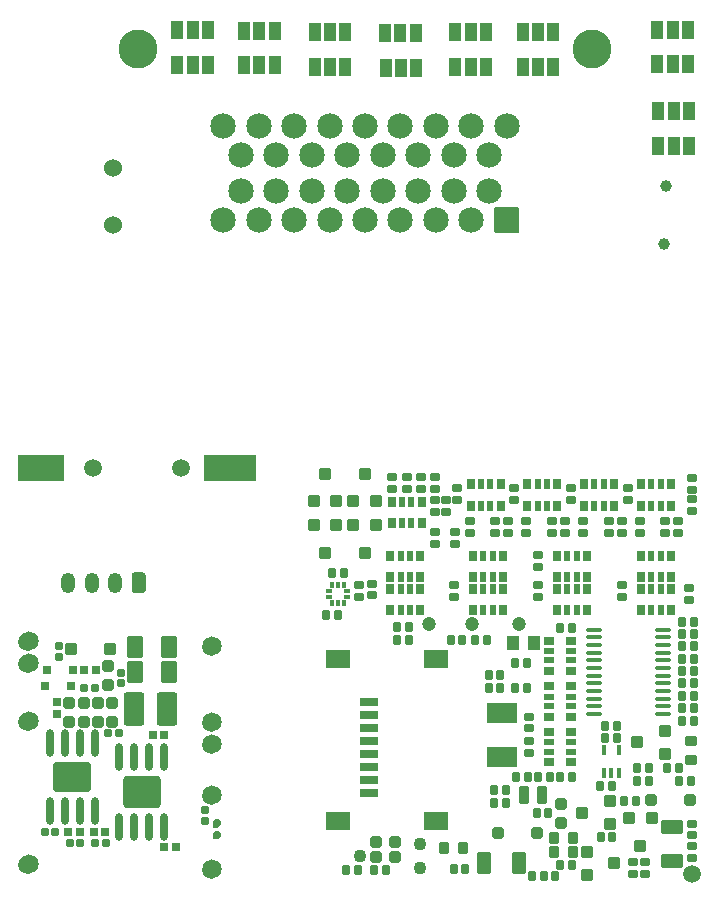
<source format=gbs>
G75*
G70*
%OFA0B0*%
%FSLAX25Y25*%
%IPPOS*%
%LPD*%
%AMOC8*
5,1,8,0,0,1.08239X$1,22.5*
%
%AMM166*
21,1,0.029530,0.026380,-0.000000,-0.000000,90.000000*
21,1,0.020470,0.035430,-0.000000,-0.000000,90.000000*
1,1,0.009060,0.013190,0.010240*
1,1,0.009060,0.013190,-0.010240*
1,1,0.009060,-0.013190,-0.010240*
1,1,0.009060,-0.013190,0.010240*
%
%AMM167*
21,1,0.021650,0.027950,-0.000000,-0.000000,90.000000*
21,1,0.014170,0.035430,-0.000000,-0.000000,90.000000*
1,1,0.007480,0.013980,0.007090*
1,1,0.007480,0.013980,-0.007090*
1,1,0.007480,-0.013980,-0.007090*
1,1,0.007480,-0.013980,0.007090*
%
%AMM170*
21,1,0.031500,0.018900,-0.000000,-0.000000,270.000000*
21,1,0.022840,0.027560,-0.000000,-0.000000,270.000000*
1,1,0.008660,-0.009450,-0.011420*
1,1,0.008660,-0.009450,0.011420*
1,1,0.008660,0.009450,0.011420*
1,1,0.008660,0.009450,-0.011420*
%
%AMM172*
21,1,0.031500,0.018900,-0.000000,-0.000000,0.000000*
21,1,0.022840,0.027560,-0.000000,-0.000000,0.000000*
1,1,0.008660,0.011420,-0.009450*
1,1,0.008660,-0.011420,-0.009450*
1,1,0.008660,-0.011420,0.009450*
1,1,0.008660,0.011420,0.009450*
%
%AMM174*
21,1,0.039370,0.030320,-0.000000,-0.000000,90.000000*
21,1,0.028350,0.041340,-0.000000,-0.000000,90.000000*
1,1,0.011020,0.015160,0.014170*
1,1,0.011020,0.015160,-0.014170*
1,1,0.011020,-0.015160,-0.014170*
1,1,0.011020,-0.015160,0.014170*
%
%AMM177*
21,1,0.031500,0.030710,-0.000000,-0.000000,180.000000*
21,1,0.022050,0.040160,-0.000000,-0.000000,180.000000*
1,1,0.009450,-0.011020,0.015350*
1,1,0.009450,0.011020,0.015350*
1,1,0.009450,0.011020,-0.015350*
1,1,0.009450,-0.011020,-0.015350*
%
%AMM195*
21,1,0.037400,0.026770,-0.000000,-0.000000,270.000000*
21,1,0.026770,0.037400,-0.000000,-0.000000,270.000000*
1,1,0.010630,-0.013390,-0.013390*
1,1,0.010630,-0.013390,0.013390*
1,1,0.010630,0.013390,0.013390*
1,1,0.010630,0.013390,-0.013390*
%
%AMM196*
21,1,0.029530,0.026380,-0.000000,-0.000000,180.000000*
21,1,0.020470,0.035430,-0.000000,-0.000000,180.000000*
1,1,0.009060,-0.010240,0.013190*
1,1,0.009060,0.010240,0.013190*
1,1,0.009060,0.010240,-0.013190*
1,1,0.009060,-0.010240,-0.013190*
%
%AMM197*
21,1,0.021650,0.027950,-0.000000,-0.000000,180.000000*
21,1,0.014170,0.035430,-0.000000,-0.000000,180.000000*
1,1,0.007480,-0.007090,0.013980*
1,1,0.007480,0.007090,0.013980*
1,1,0.007480,0.007090,-0.013980*
1,1,0.007480,-0.007090,-0.013980*
%
%AMM198*
21,1,0.037400,0.026770,-0.000000,-0.000000,180.000000*
21,1,0.026770,0.037400,-0.000000,-0.000000,180.000000*
1,1,0.010630,-0.013390,0.013390*
1,1,0.010630,0.013390,0.013390*
1,1,0.010630,0.013390,-0.013390*
1,1,0.010630,-0.013390,-0.013390*
%
%AMM199*
21,1,0.082680,0.045670,-0.000000,-0.000000,0.000000*
21,1,0.067320,0.061020,-0.000000,-0.000000,0.000000*
1,1,0.015350,0.033660,-0.022840*
1,1,0.015350,-0.033660,-0.022840*
1,1,0.015350,-0.033660,0.022840*
1,1,0.015350,0.033660,0.022840*
%
%AMM200*
21,1,0.062990,0.020470,-0.000000,-0.000000,0.000000*
21,1,0.053940,0.029530,-0.000000,-0.000000,0.000000*
1,1,0.009060,0.026970,-0.010240*
1,1,0.009060,-0.026970,-0.010240*
1,1,0.009060,-0.026970,0.010240*
1,1,0.009060,0.026970,0.010240*
%
%AMM201*
21,1,0.039370,0.030320,-0.000000,-0.000000,0.000000*
21,1,0.028350,0.041340,-0.000000,-0.000000,0.000000*
1,1,0.011020,0.014170,-0.015160*
1,1,0.011020,-0.014170,-0.015160*
1,1,0.011020,-0.014170,0.015160*
1,1,0.011020,0.014170,0.015160*
%
%AMM202*
21,1,0.016540,0.028980,-0.000000,-0.000000,0.000000*
21,1,0.010080,0.035430,-0.000000,-0.000000,0.000000*
1,1,0.006460,0.005040,-0.014490*
1,1,0.006460,-0.005040,-0.014490*
1,1,0.006460,-0.005040,0.014490*
1,1,0.006460,0.005040,0.014490*
%
%AMM203*
21,1,0.074800,0.036220,-0.000000,-0.000000,180.000000*
21,1,0.061810,0.049210,-0.000000,-0.000000,180.000000*
1,1,0.012990,-0.030910,0.018110*
1,1,0.012990,0.030910,0.018110*
1,1,0.012990,0.030910,-0.018110*
1,1,0.012990,-0.030910,-0.018110*
%
%AMM204*
21,1,0.039760,0.026770,-0.000000,-0.000000,180.000000*
21,1,0.029130,0.037400,-0.000000,-0.000000,180.000000*
1,1,0.010630,-0.014570,0.013390*
1,1,0.010630,0.014570,0.013390*
1,1,0.010630,0.014570,-0.013390*
1,1,0.010630,-0.014570,-0.013390*
%
%AMM205*
21,1,0.031500,0.049610,-0.000000,-0.000000,180.000000*
21,1,0.022050,0.059060,-0.000000,-0.000000,180.000000*
1,1,0.009450,-0.011020,0.024800*
1,1,0.009450,0.011020,0.024800*
1,1,0.009450,0.011020,-0.024800*
1,1,0.009450,-0.011020,-0.024800*
%
%AMM206*
21,1,0.074800,0.036220,-0.000000,-0.000000,270.000000*
21,1,0.061810,0.049210,-0.000000,-0.000000,270.000000*
1,1,0.012990,-0.018110,-0.030910*
1,1,0.012990,-0.018110,0.030910*
1,1,0.012990,0.018110,0.030910*
1,1,0.012990,0.018110,-0.030910*
%
%AMM207*
21,1,0.031500,0.030710,-0.000000,-0.000000,270.000000*
21,1,0.022050,0.040160,-0.000000,-0.000000,270.000000*
1,1,0.009450,-0.015350,-0.011020*
1,1,0.009450,-0.015350,0.011020*
1,1,0.009450,0.015350,0.011020*
1,1,0.009450,0.015350,-0.011020*
%
%AMM75*
21,1,0.041340,0.026770,0.000000,0.000000,0.000000*
21,1,0.029130,0.038980,0.000000,0.000000,0.000000*
1,1,0.012210,0.014570,-0.013390*
1,1,0.012210,-0.014570,-0.013390*
1,1,0.012210,-0.014570,0.013390*
1,1,0.012210,0.014570,0.013390*
%
%AMM76*
21,1,0.076380,0.036220,0.000000,0.000000,90.000000*
21,1,0.061810,0.050790,0.000000,0.000000,90.000000*
1,1,0.014570,0.018110,0.030910*
1,1,0.014570,0.018110,-0.030910*
1,1,0.014570,-0.018110,-0.030910*
1,1,0.014570,-0.018110,0.030910*
%
%AMM79*
21,1,0.029130,0.018900,0.000000,0.000000,90.000000*
21,1,0.018900,0.029130,0.000000,0.000000,90.000000*
1,1,0.010240,0.009450,0.009450*
1,1,0.010240,0.009450,-0.009450*
1,1,0.010240,-0.009450,-0.009450*
1,1,0.010240,-0.009450,0.009450*
%
%AMM80*
21,1,0.025200,0.019680,0.000000,0.000000,0.000000*
21,1,0.015750,0.029130,0.000000,0.000000,0.000000*
1,1,0.009450,0.007870,-0.009840*
1,1,0.009450,-0.007870,-0.009840*
1,1,0.009450,-0.007870,0.009840*
1,1,0.009450,0.007870,0.009840*
%
%AMM81*
21,1,0.025200,0.019680,0.000000,0.000000,270.000000*
21,1,0.015750,0.029130,0.000000,0.000000,270.000000*
1,1,0.009450,-0.009840,-0.007870*
1,1,0.009450,-0.009840,0.007870*
1,1,0.009450,0.009840,0.007870*
1,1,0.009450,0.009840,-0.007870*
%
%AMM87*
21,1,0.111810,0.050390,0.000000,0.000000,90.000000*
21,1,0.093700,0.068500,0.000000,0.000000,90.000000*
1,1,0.018110,0.025200,0.046850*
1,1,0.018110,0.025200,-0.046850*
1,1,0.018110,-0.025200,-0.046850*
1,1,0.018110,-0.025200,0.046850*
%
%AMM88*
21,1,0.038980,0.026770,0.000000,0.000000,270.000000*
21,1,0.026770,0.038980,0.000000,0.000000,270.000000*
1,1,0.012210,-0.013390,-0.013390*
1,1,0.012210,-0.013390,0.013390*
1,1,0.012210,0.013390,0.013390*
1,1,0.012210,0.013390,-0.013390*
%
%AMM89*
21,1,0.029130,0.018900,0.000000,0.000000,180.000000*
21,1,0.018900,0.029130,0.000000,0.000000,180.000000*
1,1,0.010240,-0.009450,0.009450*
1,1,0.010240,0.009450,0.009450*
1,1,0.010240,0.009450,-0.009450*
1,1,0.010240,-0.009450,-0.009450*
%
%AMM90*
21,1,0.127560,0.075590,0.000000,0.000000,180.000000*
21,1,0.103150,0.100000,0.000000,0.000000,180.000000*
1,1,0.024410,-0.051580,0.037800*
1,1,0.024410,0.051580,0.037800*
1,1,0.024410,0.051580,-0.037800*
1,1,0.024410,-0.051580,-0.037800*
%
%AMM91*
21,1,0.123620,0.083460,0.000000,0.000000,0.000000*
21,1,0.097240,0.109840,0.000000,0.000000,0.000000*
1,1,0.026380,0.048620,-0.041730*
1,1,0.026380,-0.048620,-0.041730*
1,1,0.026380,-0.048620,0.041730*
1,1,0.026380,0.048620,0.041730*
%
%ADD10O,0.04724X0.06890*%
%ADD109C,0.04724*%
%ADD11C,0.03937*%
%ADD110C,0.04294*%
%ADD140R,0.01772X0.01870*%
%ADD142O,0.05354X0.01378*%
%ADD145R,0.09843X0.07087*%
%ADD146R,0.01870X0.01772*%
%ADD148R,0.04331X0.04724*%
%ADD15C,0.05906*%
%ADD16C,0.02362*%
%ADD170M75*%
%ADD171M76*%
%ADD174M79*%
%ADD175M80*%
%ADD176M81*%
%ADD177C,0.02913*%
%ADD178C,0.06457*%
%ADD185M87*%
%ADD186M88*%
%ADD187M89*%
%ADD188O,0.02520X0.09213*%
%ADD189M90*%
%ADD190M91*%
%ADD285M166*%
%ADD286M167*%
%ADD289M170*%
%ADD291M172*%
%ADD293M174*%
%ADD296M177*%
%ADD314M195*%
%ADD315M196*%
%ADD316M197*%
%ADD317M198*%
%ADD318M199*%
%ADD319M200*%
%ADD320M201*%
%ADD321M202*%
%ADD322M203*%
%ADD323M204*%
%ADD324M205*%
%ADD325M206*%
%ADD326M207*%
%ADD38C,0.06000*%
%ADD42C,0.12992*%
%ADD43C,0.08480*%
%ADD52R,0.03937X0.05906*%
%ADD53R,0.17323X0.09055*%
%ADD54R,0.15748X0.09055*%
X0000000Y0000000D02*
%LPD*%
G01*
G36*
G01*
X0050787Y0135137D02*
X0050787Y0130216D01*
G75*
G02*
X0049803Y0129232I-000984J0000000D01*
G01*
X0047047Y0129232D01*
G75*
G02*
X0046063Y0130216I0000000J0000984D01*
G01*
X0046063Y0135137D01*
G75*
G02*
X0047047Y0136122I0000984J0000000D01*
G01*
X0049803Y0136122D01*
G75*
G02*
X0050787Y0135137I0000000J-000984D01*
G01*
G37*
D10*
X0040551Y0132677D03*
X0032677Y0132677D03*
X0024803Y0132677D03*
D42*
X0199606Y0310630D03*
X0048031Y0310630D03*
G36*
G01*
X0175303Y0257382D02*
X0175303Y0249704D01*
G75*
G02*
X0174901Y0249303I-000402J0000000D01*
G01*
X0167224Y0249303D01*
G75*
G02*
X0166823Y0249704I0000000J0000402D01*
G01*
X0166823Y0257382D01*
G75*
G02*
X0167224Y0257783I0000402J0000000D01*
G01*
X0174901Y0257783D01*
G75*
G02*
X0175303Y0257382I0000000J-000402D01*
G01*
G37*
D43*
X0159252Y0253543D03*
X0147441Y0253543D03*
X0135630Y0253543D03*
X0123819Y0253543D03*
X0112008Y0253543D03*
X0100197Y0253543D03*
X0088386Y0253543D03*
X0076575Y0253543D03*
X0165157Y0263386D03*
X0153346Y0263386D03*
X0141535Y0263386D03*
X0129724Y0263386D03*
X0117913Y0263386D03*
X0106102Y0263386D03*
X0094291Y0263386D03*
X0082480Y0263386D03*
X0165157Y0275197D03*
X0153346Y0275197D03*
X0141535Y0275197D03*
X0129724Y0275197D03*
X0117913Y0275197D03*
X0106102Y0275197D03*
X0094291Y0275197D03*
X0082480Y0275197D03*
X0171063Y0285039D03*
X0159252Y0285039D03*
X0147441Y0285039D03*
X0135630Y0285039D03*
X0123819Y0285039D03*
X0112008Y0285039D03*
X0100197Y0285039D03*
X0088386Y0285039D03*
X0076575Y0285039D03*
D15*
X0072342Y0111122D03*
X0072342Y0085925D03*
X0072342Y0078445D03*
X0072342Y0061515D03*
D16*
X0074114Y0052067D03*
X0074114Y0048130D03*
D15*
X0072342Y0036909D03*
X0011319Y0112893D03*
X0011319Y0105610D03*
X0011319Y0086122D03*
X0011319Y0038681D03*
D38*
X0039763Y0271063D03*
X0039763Y0251771D03*
D52*
X0093700Y0305118D03*
X0088582Y0305118D03*
X0083464Y0305118D03*
D15*
X0062598Y0170866D03*
X0033071Y0170866D03*
D53*
X0078740Y0170866D03*
D54*
X0015748Y0170866D03*
D52*
X0093700Y0316653D03*
X0088582Y0316653D03*
X0083464Y0316653D03*
X0186614Y0304724D03*
X0181496Y0304724D03*
X0176378Y0304724D03*
X0231889Y0289882D03*
X0226771Y0289882D03*
X0221653Y0289882D03*
X0140748Y0315974D03*
X0135630Y0315974D03*
X0130512Y0315974D03*
X0231889Y0278346D03*
X0226771Y0278346D03*
X0221653Y0278346D03*
X0140945Y0304330D03*
X0135826Y0304330D03*
X0130708Y0304330D03*
D11*
X0224015Y0264960D03*
D52*
X0071456Y0316929D03*
X0066338Y0316929D03*
X0061220Y0316929D03*
X0071456Y0305344D03*
X0066338Y0305344D03*
X0061220Y0305344D03*
X0164173Y0316309D03*
X0159055Y0316309D03*
X0153937Y0316309D03*
X0164173Y0304724D03*
X0159055Y0304724D03*
X0153937Y0304724D03*
X0117323Y0304724D03*
X0112204Y0304724D03*
X0107086Y0304724D03*
X0186614Y0316427D03*
X0181496Y0316427D03*
X0176378Y0316427D03*
X0117323Y0316309D03*
X0112204Y0316309D03*
X0107086Y0316309D03*
X0231496Y0305512D03*
X0226378Y0305512D03*
X0221260Y0305512D03*
X0231496Y0316929D03*
X0226378Y0316929D03*
X0221260Y0316929D03*
D11*
X0223622Y0245669D03*
X0237303Y0173130D02*
G01*
G75*
D285*
X0185334Y0088091D02*
D03*
X0185334Y0113386D02*
D03*
X0185334Y0098130D02*
D03*
X0185334Y0103346D02*
D03*
X0192421Y0072835D02*
D03*
X0185334Y0072835D02*
D03*
X0185334Y0082874D02*
D03*
X0192421Y0082874D02*
D03*
X0192421Y0113386D02*
D03*
X0192421Y0103346D02*
D03*
X0192421Y0098130D02*
D03*
X0192421Y0088091D02*
D03*
D286*
X0185334Y0091536D02*
D03*
X0185334Y0106791D02*
D03*
X0185334Y0094685D02*
D03*
X0185334Y0109941D02*
D03*
X0185334Y0079429D02*
D03*
X0185334Y0076280D02*
D03*
X0192421Y0076280D02*
D03*
X0192421Y0079429D02*
D03*
X0192421Y0106791D02*
D03*
X0192421Y0109941D02*
D03*
X0192421Y0091536D02*
D03*
X0192421Y0094685D02*
D03*
D289*
X0183366Y0034941D02*
D03*
X0187303Y0034941D02*
D03*
X0188878Y0038484D02*
D03*
X0192815Y0038484D02*
D03*
X0181004Y0055807D02*
D03*
X0184941Y0055807D02*
D03*
X0152351Y0113509D02*
D03*
X0156288Y0113509D02*
D03*
X0160547Y0113509D02*
D03*
X0164484Y0113509D02*
D03*
X0203869Y0081042D02*
D03*
X0207806Y0081042D02*
D03*
X0203869Y0084765D02*
D03*
X0207806Y0084765D02*
D03*
X0206285Y0047933D02*
D03*
X0202348Y0047933D02*
D03*
X0117651Y0037000D02*
D03*
X0153399Y0037239D02*
D03*
X0138484Y0113509D02*
D03*
X0170768Y0059351D02*
D03*
X0170768Y0063681D02*
D03*
X0174198Y0067900D02*
D03*
X0185475Y0067845D02*
D03*
X0165059Y0097505D02*
D03*
X0173848Y0097505D02*
D03*
X0177785Y0105990D02*
D03*
X0112868Y0135856D02*
D03*
X0138484Y0118012D02*
D03*
X0179429Y0034941D02*
D03*
X0192815Y0067936D02*
D03*
X0214468Y0066538D02*
D03*
X0228533Y0066538D02*
D03*
X0214468Y0070768D02*
D03*
X0228533Y0070768D02*
D03*
X0188830Y0117676D02*
D03*
X0233366Y0119587D02*
D03*
X0166831Y0059351D02*
D03*
X0177785Y0097505D02*
D03*
X0168996Y0097505D02*
D03*
X0168996Y0101993D02*
D03*
X0165059Y0101993D02*
D03*
X0110925Y0121949D02*
D03*
X0114862Y0121949D02*
D03*
X0116805Y0135856D02*
D03*
X0202250Y0065032D02*
D03*
X0206187Y0065032D02*
D03*
X0232471Y0066538D02*
D03*
X0188878Y0067936D02*
D03*
X0173848Y0105990D02*
D03*
X0181538Y0067845D02*
D03*
X0178135Y0067900D02*
D03*
X0218405Y0070768D02*
D03*
X0192767Y0117676D02*
D03*
X0229429Y0119587D02*
D03*
X0157336Y0037239D02*
D03*
X0183366Y0034941D02*
D03*
X0210138Y0059965D02*
D03*
X0214075Y0059965D02*
D03*
X0218405Y0066538D02*
D03*
X0134547Y0118012D02*
D03*
X0134547Y0113509D02*
D03*
X0166831Y0063681D02*
D03*
X0121588Y0037000D02*
D03*
X0130904Y0037000D02*
D03*
X0126967Y0037000D02*
D03*
X0224596Y0070768D02*
D03*
X0233366Y0115650D02*
D03*
X0229429Y0115650D02*
D03*
X0233366Y0103248D02*
D03*
X0229429Y0103248D02*
D03*
X0233366Y0099114D02*
D03*
X0229429Y0099114D02*
D03*
X0233366Y0090846D02*
D03*
X0229429Y0090846D02*
D03*
X0233366Y0094980D02*
D03*
X0229429Y0094980D02*
D03*
X0233366Y0086713D02*
D03*
X0229429Y0086713D02*
D03*
X0233366Y0107382D02*
D03*
X0229429Y0107382D02*
D03*
X0233366Y0111516D02*
D03*
X0229429Y0111516D02*
D03*
D291*
X0178376Y0084154D02*
D03*
X0178376Y0079921D02*
D03*
X0132972Y0168012D02*
D03*
X0137697Y0168012D02*
D03*
X0142421Y0168012D02*
D03*
X0147145Y0168012D02*
D03*
X0217224Y0039665D02*
D03*
X0213090Y0039665D02*
D03*
X0121910Y0131886D02*
D03*
X0121910Y0127949D02*
D03*
X0232839Y0040847D02*
D03*
X0232839Y0044783D02*
D03*
X0178376Y0075984D02*
D03*
X0178376Y0088091D02*
D03*
X0126082Y0132382D02*
D03*
X0126082Y0128445D02*
D03*
X0150855Y0160158D02*
D03*
X0150855Y0156221D02*
D03*
X0147145Y0156221D02*
D03*
X0147145Y0160158D02*
D03*
X0147145Y0145571D02*
D03*
X0147145Y0149508D02*
D03*
X0147145Y0164075D02*
D03*
X0142421Y0164075D02*
D03*
X0132972Y0164075D02*
D03*
X0137697Y0164075D02*
D03*
X0231804Y0130881D02*
D03*
X0231804Y0126944D02*
D03*
X0181594Y0127854D02*
D03*
X0181594Y0131791D02*
D03*
X0181594Y0138091D02*
D03*
X0181594Y0142028D02*
D03*
X0209547Y0127854D02*
D03*
X0209547Y0131791D02*
D03*
X0186122Y0153248D02*
D03*
X0186122Y0149311D02*
D03*
X0215452Y0153248D02*
D03*
X0215452Y0149311D02*
D03*
X0228248Y0153248D02*
D03*
X0228248Y0149311D02*
D03*
X0211356Y0160158D02*
D03*
X0211356Y0164095D02*
D03*
X0232972Y0160532D02*
D03*
X0232972Y0156595D02*
D03*
X0232775Y0163681D02*
D03*
X0232775Y0167618D02*
D03*
X0232839Y0052373D02*
D03*
X0232839Y0048436D02*
D03*
X0217224Y0035728D02*
D03*
X0213090Y0035728D02*
D03*
X0209350Y0149311D02*
D03*
X0209350Y0153248D02*
D03*
X0205020Y0149311D02*
D03*
X0205020Y0153248D02*
D03*
X0196555Y0149311D02*
D03*
X0196555Y0153248D02*
D03*
X0192389Y0164095D02*
D03*
X0192389Y0160158D02*
D03*
X0153642Y0131791D02*
D03*
X0153642Y0127854D02*
D03*
X0223917Y0149311D02*
D03*
X0223917Y0153248D02*
D03*
X0173546Y0164095D02*
D03*
X0173546Y0160158D02*
D03*
X0177657Y0149311D02*
D03*
X0177657Y0153248D02*
D03*
X0190452Y0149311D02*
D03*
X0190452Y0153248D02*
D03*
X0154566Y0164095D02*
D03*
X0154566Y0160158D02*
D03*
X0158759Y0149311D02*
D03*
X0158759Y0153248D02*
D03*
X0167224Y0149311D02*
D03*
X0167224Y0153248D02*
D03*
X0171555Y0149311D02*
D03*
X0171555Y0153248D02*
D03*
X0153778Y0145571D02*
D03*
X0153778Y0149508D02*
D03*
D293*
X0197746Y0042874D02*
D03*
X0205486Y0052349D02*
D03*
X0223819Y0075719D02*
D03*
D296*
X0150098Y0044291D02*
D03*
X0156398Y0044291D02*
D03*
X0186712Y0042913D02*
D03*
X0193012Y0042913D02*
D03*
X0186712Y0047539D02*
D03*
X0193012Y0047539D02*
D03*
D293*
X0214567Y0079460D02*
D03*
X0205486Y0059829D02*
D03*
X0196234Y0056089D02*
D03*
X0197746Y0035394D02*
D03*
X0206998Y0039134D02*
D03*
X0223819Y0083200D02*
D03*
D109*
X0159390Y0118996D02*
D03*
X0145177Y0118996D02*
D03*
X0175177Y0118996D02*
D03*
D110*
X0122185Y0041437D02*
D03*
X0142185Y0045437D02*
D03*
X0142185Y0037437D02*
D03*
D15*
X0232972Y0035728D02*
D03*
D314*
X0189272Y0052736D02*
D03*
X0189272Y0058957D02*
D03*
D315*
X0159842Y0123524D02*
D03*
X0159842Y0130610D02*
D03*
X0169882Y0130610D02*
D03*
X0169882Y0123524D02*
D03*
X0187795Y0130610D02*
D03*
X0215748Y0130610D02*
D03*
X0197834Y0134547D02*
D03*
X0142716Y0159744D02*
D03*
X0142716Y0152658D02*
D03*
X0132677Y0152658D02*
D03*
X0132677Y0159744D02*
D03*
X0225787Y0141634D02*
D03*
X0225787Y0134547D02*
D03*
X0215748Y0134547D02*
D03*
X0215748Y0141634D02*
D03*
X0215748Y0123524D02*
D03*
X0225787Y0130610D02*
D03*
X0225787Y0123524D02*
D03*
X0197834Y0141634D02*
D03*
X0187795Y0134547D02*
D03*
X0187795Y0141634D02*
D03*
X0187795Y0123524D02*
D03*
X0197834Y0130610D02*
D03*
X0197834Y0123524D02*
D03*
X0196850Y0165453D02*
D03*
X0196850Y0158366D02*
D03*
X0206890Y0158366D02*
D03*
X0206890Y0165453D02*
D03*
X0215748Y0165453D02*
D03*
X0215748Y0158366D02*
D03*
X0225787Y0158366D02*
D03*
X0225787Y0165453D02*
D03*
X0177952Y0165453D02*
D03*
X0177952Y0158366D02*
D03*
X0187992Y0158366D02*
D03*
X0187992Y0165453D02*
D03*
X0159055Y0165453D02*
D03*
X0159055Y0158366D02*
D03*
X0169094Y0158366D02*
D03*
X0169094Y0165453D02*
D03*
X0159842Y0141634D02*
D03*
X0159842Y0134547D02*
D03*
X0169882Y0134547D02*
D03*
X0169882Y0141634D02*
D03*
X0132283Y0141634D02*
D03*
X0132283Y0134547D02*
D03*
X0142323Y0134547D02*
D03*
X0142323Y0141634D02*
D03*
X0142323Y0123524D02*
D03*
X0142323Y0130610D02*
D03*
X0132283Y0130610D02*
D03*
X0132283Y0123524D02*
D03*
D316*
X0166437Y0130610D02*
D03*
X0163287Y0130610D02*
D03*
X0163287Y0123524D02*
D03*
X0166437Y0123524D02*
D03*
X0191240Y0130610D02*
D03*
X0219193Y0130610D02*
D03*
X0194390Y0134547D02*
D03*
X0136122Y0152658D02*
D03*
X0139271Y0152658D02*
D03*
X0139271Y0159744D02*
D03*
X0136122Y0159744D02*
D03*
X0219193Y0134547D02*
D03*
X0222342Y0134547D02*
D03*
X0222342Y0141634D02*
D03*
X0219193Y0141634D02*
D03*
X0222342Y0130610D02*
D03*
X0219193Y0123524D02*
D03*
X0222342Y0123524D02*
D03*
X0191240Y0134547D02*
D03*
X0194390Y0141634D02*
D03*
X0191240Y0141634D02*
D03*
X0194389Y0130610D02*
D03*
X0191240Y0123524D02*
D03*
X0194389Y0123524D02*
D03*
X0200295Y0165453D02*
D03*
X0203445Y0165453D02*
D03*
X0203445Y0158366D02*
D03*
X0200295Y0158366D02*
D03*
X0219192Y0165453D02*
D03*
X0222342Y0165453D02*
D03*
X0222342Y0158366D02*
D03*
X0219192Y0158366D02*
D03*
X0181397Y0165453D02*
D03*
X0184547Y0165453D02*
D03*
X0184547Y0158366D02*
D03*
X0181397Y0158366D02*
D03*
X0162500Y0165453D02*
D03*
X0165649Y0165453D02*
D03*
X0165649Y0158366D02*
D03*
X0162500Y0158366D02*
D03*
X0163287Y0141634D02*
D03*
X0166437Y0141634D02*
D03*
X0166437Y0134547D02*
D03*
X0163287Y0134547D02*
D03*
X0135728Y0141634D02*
D03*
X0138878Y0141634D02*
D03*
X0138878Y0134547D02*
D03*
X0135728Y0134547D02*
D03*
X0138878Y0123524D02*
D03*
X0135728Y0123524D02*
D03*
X0135728Y0130610D02*
D03*
X0138878Y0130610D02*
D03*
D317*
X0127500Y0046260D02*
D03*
X0127500Y0041270D02*
D03*
X0133720Y0041270D02*
D03*
X0133720Y0046260D02*
D03*
D318*
X0114862Y0053150D02*
D03*
X0147539Y0053150D02*
D03*
X0114862Y0107283D02*
D03*
X0147539Y0107283D02*
D03*
D319*
X0125098Y0071181D02*
D03*
X0125098Y0062520D02*
D03*
X0125098Y0066850D02*
D03*
X0125098Y0075512D02*
D03*
X0125098Y0079843D02*
D03*
X0125098Y0084173D02*
D03*
X0125098Y0088504D02*
D03*
X0125098Y0092835D02*
D03*
D320*
X0106791Y0151791D02*
D03*
X0119995Y0151791D02*
D03*
X0114272Y0159823D02*
D03*
X0127475Y0159823D02*
D03*
X0110531Y0142539D02*
D03*
X0123735Y0142539D02*
D03*
X0123735Y0169075D02*
D03*
X0211909Y0054154D02*
D03*
X0215649Y0044902D02*
D03*
X0110531Y0169075D02*
D03*
D140*
X0112868Y0126018D02*
D03*
X0116805Y0126018D02*
D03*
X0112868Y0132022D02*
D03*
X0114836Y0132022D02*
D03*
X0114836Y0126018D02*
D03*
X0116805Y0132022D02*
D03*
D321*
X0203433Y0069370D02*
D03*
X0208551Y0069370D02*
D03*
X0205992Y0069370D02*
D03*
X0203433Y0076851D02*
D03*
X0208551Y0076851D02*
D03*
D142*
X0200216Y0088878D02*
D03*
X0223208Y0091437D02*
D03*
X0223208Y0088878D02*
D03*
X0200216Y0111909D02*
D03*
X0223208Y0114468D02*
D03*
X0223208Y0117028D02*
D03*
X0223208Y0111909D02*
D03*
X0223208Y0109350D02*
D03*
X0223208Y0106791D02*
D03*
X0223208Y0104232D02*
D03*
X0223208Y0101673D02*
D03*
X0223208Y0099114D02*
D03*
X0223208Y0096555D02*
D03*
X0223208Y0093996D02*
D03*
X0200216Y0117028D02*
D03*
X0200216Y0114468D02*
D03*
X0200216Y0109350D02*
D03*
X0200216Y0106791D02*
D03*
X0200216Y0104232D02*
D03*
X0200216Y0101673D02*
D03*
X0200216Y0099114D02*
D03*
X0200216Y0096555D02*
D03*
X0200216Y0093996D02*
D03*
X0200216Y0091437D02*
D03*
D322*
X0226279Y0051291D02*
D03*
X0226279Y0039873D02*
D03*
D323*
X0168189Y0049156D02*
D03*
X0181181Y0049156D02*
D03*
X0232266Y0060356D02*
D03*
X0219274Y0060356D02*
D03*
D145*
X0169414Y0074561D02*
D03*
X0169414Y0089128D02*
D03*
D146*
X0117838Y0130004D02*
D03*
X0117838Y0128036D02*
D03*
X0111834Y0128036D02*
D03*
X0111834Y0130004D02*
D03*
D324*
X0182825Y0062038D02*
D03*
X0176920Y0062038D02*
D03*
D320*
X0114272Y0151791D02*
D03*
X0127475Y0151791D02*
D03*
X0119995Y0159823D02*
D03*
X0219390Y0054154D02*
D03*
X0106791Y0159823D02*
D03*
D148*
X0180022Y0112697D02*
D03*
X0173329Y0112697D02*
D03*
D325*
X0163661Y0039160D02*
D03*
X0175078Y0039160D02*
D03*
D326*
X0232578Y0073524D02*
D03*
X0232578Y0079823D02*
D03*
X0008760Y0034350D02*
G01*
G75*
D170*
X0038675Y0110728D02*
D03*
X0025683Y0110728D02*
D03*
D171*
X0058535Y0111122D02*
D03*
X0047118Y0111122D02*
D03*
X0058535Y0103090D02*
D03*
X0047118Y0103090D02*
D03*
D174*
X0021162Y0089074D02*
D03*
X0021162Y0093011D02*
D03*
X0017815Y0103641D02*
D03*
X0026477Y0103641D02*
D03*
X0017028Y0098393D02*
D03*
X0025689Y0098393D02*
D03*
D175*
X0028915Y0045767D02*
D03*
X0025371Y0045767D02*
D03*
X0038306Y0082500D02*
D03*
X0041850Y0082500D02*
D03*
X0030309Y0097605D02*
D03*
X0033852Y0097605D02*
D03*
X0037533Y0045767D02*
D03*
X0033990Y0045767D02*
D03*
X0017028Y0049704D02*
D03*
X0020571Y0049704D02*
D03*
D176*
X0042513Y0099180D02*
D03*
X0042513Y0102724D02*
D03*
X0021746Y0111582D02*
D03*
X0021746Y0108038D02*
D03*
X0070510Y0053265D02*
D03*
X0070510Y0056809D02*
D03*
D177*
X0074508Y0052460D02*
D03*
X0074508Y0048523D02*
D03*
D178*
X0011713Y0106003D02*
D03*
X0011713Y0039074D02*
D03*
X0011713Y0086515D02*
D03*
X0072736Y0086318D02*
D03*
X0072736Y0111515D02*
D03*
X0072736Y0061909D02*
D03*
X0072736Y0078838D02*
D03*
X0072736Y0037303D02*
D03*
X0011713Y0113287D02*
D03*
D185*
X0057973Y0090649D02*
D03*
X0046949Y0090649D02*
D03*
D186*
X0025295Y0086326D02*
D03*
X0025295Y0092546D02*
D03*
X0039389Y0086326D02*
D03*
X0039389Y0092546D02*
D03*
X0034698Y0086326D02*
D03*
X0034698Y0092546D02*
D03*
X0030006Y0086326D02*
D03*
X0030006Y0092546D02*
D03*
X0038208Y0098570D02*
D03*
X0038208Y0104791D02*
D03*
D187*
X0028718Y0049704D02*
D03*
X0024781Y0049704D02*
D03*
X0033399Y0049704D02*
D03*
X0037336Y0049704D02*
D03*
X0030112Y0103641D02*
D03*
X0034049Y0103641D02*
D03*
X0053045Y0082027D02*
D03*
X0056982Y0082027D02*
D03*
X0060821Y0044586D02*
D03*
X0056883Y0044586D02*
D03*
D188*
X0033832Y0056464D02*
D03*
X0028832Y0056464D02*
D03*
X0023832Y0056464D02*
D03*
X0018832Y0056464D02*
D03*
X0033832Y0079101D02*
D03*
X0028832Y0079101D02*
D03*
X0023832Y0079101D02*
D03*
X0018832Y0079101D02*
D03*
X0056899Y0051181D02*
D03*
X0051899Y0051181D02*
D03*
X0046899Y0051181D02*
D03*
X0041899Y0051181D02*
D03*
X0056899Y0074606D02*
D03*
X0051899Y0074606D02*
D03*
X0046899Y0074606D02*
D03*
X0041899Y0074606D02*
D03*
D189*
X0026332Y0067782D02*
D03*
D190*
X0049399Y0062893D02*
D03*
M02*

</source>
